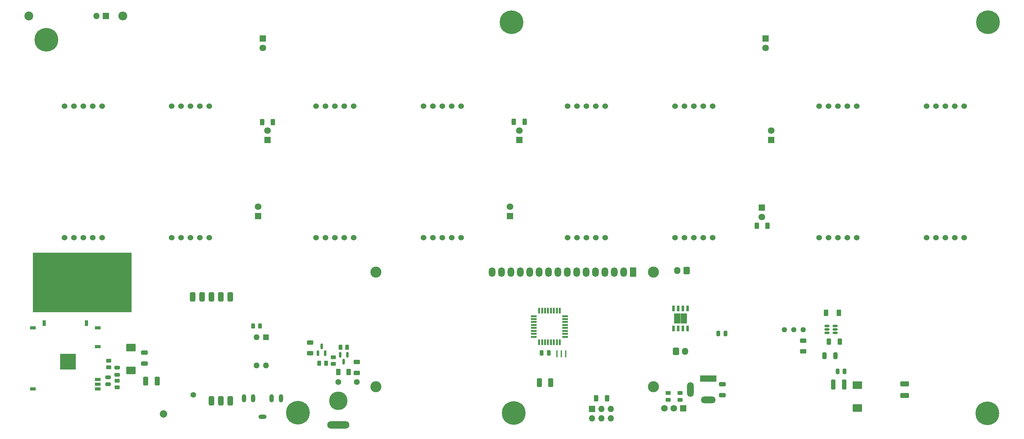
<source format=gbr>
%TF.GenerationSoftware,KiCad,Pcbnew,(6.0.10)*%
%TF.CreationDate,2023-11-27T04:30:22+11:00*%
%TF.ProjectId,Digislate,44696769-736c-4617-9465-2e6b69636164,rev?*%
%TF.SameCoordinates,Original*%
%TF.FileFunction,Soldermask,Top*%
%TF.FilePolarity,Negative*%
%FSLAX46Y46*%
G04 Gerber Fmt 4.6, Leading zero omitted, Abs format (unit mm)*
G04 Created by KiCad (PCBNEW (6.0.10)) date 2023-11-27 04:30:22*
%MOMM*%
%LPD*%
G01*
G04 APERTURE LIST*
G04 Aperture macros list*
%AMRoundRect*
0 Rectangle with rounded corners*
0 $1 Rounding radius*
0 $2 $3 $4 $5 $6 $7 $8 $9 X,Y pos of 4 corners*
0 Add a 4 corners polygon primitive as box body*
4,1,4,$2,$3,$4,$5,$6,$7,$8,$9,$2,$3,0*
0 Add four circle primitives for the rounded corners*
1,1,$1+$1,$2,$3*
1,1,$1+$1,$4,$5*
1,1,$1+$1,$6,$7*
1,1,$1+$1,$8,$9*
0 Add four rect primitives between the rounded corners*
20,1,$1+$1,$2,$3,$4,$5,0*
20,1,$1+$1,$4,$5,$6,$7,0*
20,1,$1+$1,$6,$7,$8,$9,0*
20,1,$1+$1,$8,$9,$2,$3,0*%
G04 Aperture macros list end*
%ADD10C,0.150000*%
%ADD11RoundRect,0.250000X-0.312500X-0.625000X0.312500X-0.625000X0.312500X0.625000X-0.312500X0.625000X0*%
%ADD12R,1.800000X1.800000*%
%ADD13C,1.800000*%
%ADD14RoundRect,0.250000X0.625000X-0.312500X0.625000X0.312500X-0.625000X0.312500X-0.625000X-0.312500X0*%
%ADD15RoundRect,0.150000X-0.512500X-0.150000X0.512500X-0.150000X0.512500X0.150000X-0.512500X0.150000X0*%
%ADD16C,0.800000*%
%ADD17C,6.400000*%
%ADD18RoundRect,0.250000X-0.262500X-0.450000X0.262500X-0.450000X0.262500X0.450000X-0.262500X0.450000X0*%
%ADD19C,1.524000*%
%ADD20R,0.550000X1.600000*%
%ADD21R,1.600000X0.550000*%
%ADD22RoundRect,0.250000X0.312500X0.625000X-0.312500X0.625000X-0.312500X-0.625000X0.312500X-0.625000X0*%
%ADD23RoundRect,0.250000X0.450000X-0.262500X0.450000X0.262500X-0.450000X0.262500X-0.450000X-0.262500X0*%
%ADD24C,2.400000*%
%ADD25O,2.400000X2.400000*%
%ADD26RoundRect,0.150000X0.150000X-0.587500X0.150000X0.587500X-0.150000X0.587500X-0.150000X-0.587500X0*%
%ADD27R,1.500000X0.900000*%
%ADD28R,0.900000X1.500000*%
%ADD29C,0.475000*%
%ADD30C,0.500000*%
%ADD31R,4.200000X4.200000*%
%ADD32RoundRect,0.250000X0.475000X-0.250000X0.475000X0.250000X-0.475000X0.250000X-0.475000X-0.250000X0*%
%ADD33RoundRect,0.250000X0.250000X0.475000X-0.250000X0.475000X-0.250000X-0.475000X0.250000X-0.475000X0*%
%ADD34R,1.600000X1.600000*%
%ADD35O,1.600000X1.600000*%
%ADD36RoundRect,0.250000X0.325000X0.650000X-0.325000X0.650000X-0.325000X-0.650000X0.325000X-0.650000X0*%
%ADD37R,0.650000X1.500000*%
%ADD38R,1.800000X1.350000*%
%ADD39RoundRect,0.250000X0.375000X0.625000X-0.375000X0.625000X-0.375000X-0.625000X0.375000X-0.625000X0*%
%ADD40C,2.000000*%
%ADD41RoundRect,0.250000X0.650000X-0.325000X0.650000X0.325000X-0.650000X0.325000X-0.650000X-0.325000X0*%
%ADD42RoundRect,0.250000X-0.475000X0.250000X-0.475000X-0.250000X0.475000X-0.250000X0.475000X0.250000X0*%
%ADD43RoundRect,0.250000X0.325000X1.100000X-0.325000X1.100000X-0.325000X-1.100000X0.325000X-1.100000X0*%
%ADD44RoundRect,0.250000X0.412500X0.925000X-0.412500X0.925000X-0.412500X-0.925000X0.412500X-0.925000X0*%
%ADD45RoundRect,0.150000X-0.150000X0.587500X-0.150000X-0.587500X0.150000X-0.587500X0.150000X0.587500X0*%
%ADD46RoundRect,0.375000X-0.375000X0.887000X-0.375000X-0.887000X0.375000X-0.887000X0.375000X0.887000X0*%
%ADD47RoundRect,0.250000X-0.650000X0.325000X-0.650000X-0.325000X0.650000X-0.325000X0.650000X0.325000X0*%
%ADD48RoundRect,0.250000X-0.925000X0.412500X-0.925000X-0.412500X0.925000X-0.412500X0.925000X0.412500X0*%
%ADD49RoundRect,0.250000X-0.450000X0.262500X-0.450000X-0.262500X0.450000X-0.262500X0.450000X0.262500X0*%
%ADD50R,1.300000X1.700000*%
%ADD51R,0.400000X1.900000*%
%ADD52RoundRect,0.250000X-1.025000X0.787500X-1.025000X-0.787500X1.025000X-0.787500X1.025000X0.787500X0*%
%ADD53C,1.600000*%
%ADD54R,1.700000X1.700000*%
%ADD55O,1.700000X1.700000*%
%ADD56C,1.440000*%
%ADD57R,4.400000X1.800000*%
%ADD58O,4.000000X1.800000*%
%ADD59O,1.800000X4.000000*%
%ADD60RoundRect,0.250000X0.600000X0.725000X-0.600000X0.725000X-0.600000X-0.725000X0.600000X-0.725000X0*%
%ADD61O,1.700000X1.950000*%
%ADD62O,1.200000X2.200000*%
%ADD63O,2.200000X1.200000*%
%ADD64C,5.000000*%
%ADD65O,6.000000X2.000000*%
%ADD66RoundRect,0.250000X-0.600000X-0.725000X0.600000X-0.725000X0.600000X0.725000X-0.600000X0.725000X0*%
%ADD67C,3.000000*%
%ADD68R,1.800000X2.600000*%
%ADD69O,1.800000X2.600000*%
G04 APERTURE END LIST*
D10*
X18450000Y-92020000D02*
X44960000Y-92020000D01*
X44960000Y-92020000D02*
X44960000Y-107960000D01*
X44960000Y-107960000D02*
X18450000Y-107960000D01*
X18450000Y-107960000D02*
X18450000Y-92020000D01*
G36*
X18450000Y-92020000D02*
G01*
X44960000Y-92020000D01*
X44960000Y-107960000D01*
X18450000Y-107960000D01*
X18450000Y-92020000D01*
G37*
D11*
%TO.C,R13*%
X80327500Y-56630000D03*
X83252500Y-56630000D03*
%TD*%
D12*
%TO.C,LD8*%
X147320000Y-82047000D03*
D13*
X147320000Y-79507000D03*
%TD*%
D14*
%TO.C,R3*%
X105900000Y-124462500D03*
X105900000Y-121537500D03*
%TD*%
D15*
%TO.C,U3*%
X232962500Y-111750000D03*
X232962500Y-112700000D03*
X232962500Y-113650000D03*
X235237500Y-113650000D03*
X235237500Y-112700000D03*
X235237500Y-111750000D03*
%TD*%
D16*
%TO.C,REF6*%
X274652944Y-133672944D03*
D17*
X276350000Y-135370000D03*
D16*
X278047056Y-133672944D03*
X274652944Y-137067056D03*
D17*
X276350000Y-135370000D03*
D16*
X278750000Y-135370000D03*
X276350000Y-132970000D03*
X276350000Y-137770000D03*
X278047056Y-137067056D03*
X273950000Y-135370000D03*
%TD*%
D18*
%TO.C,R6*%
X95787500Y-121800000D03*
X97612500Y-121800000D03*
%TD*%
D19*
%TO.C,HR1*%
X26920000Y-87900000D03*
X29460000Y-87900000D03*
X32000000Y-87882000D03*
X34540000Y-87900000D03*
X37080000Y-87900000D03*
X37080000Y-52340000D03*
X34540000Y-52340000D03*
X32000000Y-52300000D03*
X29460000Y-52340000D03*
X26920000Y-52340000D03*
%TD*%
D20*
%TO.C,U1*%
X155200000Y-116150000D03*
X156000000Y-116150000D03*
X156800000Y-116150000D03*
X157600000Y-116150000D03*
X158400000Y-116150000D03*
X159200000Y-116150000D03*
X160000000Y-116150000D03*
X160800000Y-116150000D03*
D21*
X162250000Y-114700000D03*
X162250000Y-113900000D03*
X162250000Y-113100000D03*
X162250000Y-112300000D03*
X162250000Y-111500000D03*
X162250000Y-110700000D03*
X162250000Y-109900000D03*
X162250000Y-109100000D03*
D20*
X160800000Y-107650000D03*
X160000000Y-107650000D03*
X159200000Y-107650000D03*
X158400000Y-107650000D03*
X157600000Y-107650000D03*
X156800000Y-107650000D03*
X156000000Y-107650000D03*
X155200000Y-107650000D03*
D21*
X153750000Y-109100000D03*
X153750000Y-109900000D03*
X153750000Y-110700000D03*
X153750000Y-111500000D03*
X153750000Y-112300000D03*
X153750000Y-113100000D03*
X153750000Y-113900000D03*
X153750000Y-114700000D03*
%TD*%
D19*
%TO.C,HR2*%
X55920000Y-87900000D03*
X58460000Y-87900000D03*
X61000000Y-87882000D03*
X63540000Y-87900000D03*
X66080000Y-87900000D03*
X66080000Y-52340000D03*
X63540000Y-52340000D03*
X61000000Y-52300000D03*
X58460000Y-52340000D03*
X55920000Y-52340000D03*
%TD*%
D22*
%TO.C,R2*%
X173562500Y-131300000D03*
X170637500Y-131300000D03*
%TD*%
D12*
%TO.C,LD2*%
X80518000Y-34036000D03*
D13*
X80518000Y-36576000D03*
%TD*%
D18*
%TO.C,R5*%
X101487500Y-117500000D03*
X103312500Y-117500000D03*
%TD*%
D16*
%TO.C,REF3*%
X276510000Y-32020000D03*
X274812944Y-27922944D03*
X278207056Y-27922944D03*
D17*
X276510000Y-29620000D03*
D16*
X274110000Y-29620000D03*
X274812944Y-31317056D03*
X278910000Y-29620000D03*
X278207056Y-31317056D03*
D17*
X276510000Y-29620000D03*
D16*
X276510000Y-27220000D03*
%TD*%
D23*
%TO.C,R8*%
X38820000Y-122962500D03*
X38820000Y-121137500D03*
%TD*%
%TO.C,R18*%
X190100000Y-131712500D03*
X190100000Y-129887500D03*
%TD*%
D24*
%TO.C,SW2*%
X17272000Y-27940000D03*
D25*
X42672000Y-27940000D03*
%TD*%
D26*
%TO.C,Q4*%
X95450000Y-119137500D03*
X97350000Y-119137500D03*
X96400000Y-117262500D03*
%TD*%
D27*
%TO.C,U10*%
X35892000Y-128792000D03*
X35892000Y-127522000D03*
X35892000Y-126252000D03*
X35892000Y-117362000D03*
X35892000Y-112282000D03*
D28*
X32852000Y-111032000D03*
X21422000Y-111032000D03*
D27*
X18392000Y-112282000D03*
X18392000Y-128792000D03*
D29*
X28584500Y-122977000D03*
X28584500Y-119927000D03*
X27059500Y-122977000D03*
X27822000Y-120689500D03*
X26297000Y-120689500D03*
X28584500Y-121452000D03*
X29347000Y-122214500D03*
X27059500Y-119927000D03*
X27059500Y-121452000D03*
X26297000Y-122214500D03*
X29347000Y-120689500D03*
D30*
X27822000Y-122214500D03*
D31*
X27822000Y-121452000D03*
%TD*%
D17*
%TO.C,REF4*%
X89990000Y-135230000D03*
D16*
X89990000Y-132830000D03*
X91687056Y-136927056D03*
X88292944Y-133532944D03*
D17*
X89990000Y-135230000D03*
D16*
X87590000Y-135230000D03*
X89990000Y-137630000D03*
X88292944Y-136927056D03*
X92390000Y-135230000D03*
X91687056Y-133532944D03*
%TD*%
D32*
%TO.C,C8*%
X38730000Y-127510000D03*
X38730000Y-125610000D03*
%TD*%
D19*
%TO.C,SC1*%
X162920000Y-87900000D03*
X165460000Y-87900000D03*
X168000000Y-87882000D03*
X170540000Y-87900000D03*
X173080000Y-87900000D03*
X173080000Y-52340000D03*
X170540000Y-52340000D03*
X168000000Y-52300000D03*
X165460000Y-52340000D03*
X162920000Y-52340000D03*
%TD*%
D12*
%TO.C,LD4*%
X79248000Y-82052000D03*
D13*
X79248000Y-79512000D03*
%TD*%
D16*
%TO.C,REF1*%
X23717056Y-36057056D03*
D17*
X22020000Y-34360000D03*
D16*
X19620000Y-34360000D03*
X20322944Y-36057056D03*
X24420000Y-34360000D03*
X23717056Y-32662944D03*
X22020000Y-36760000D03*
X22020000Y-31960000D03*
X20322944Y-32662944D03*
D17*
X22020000Y-34360000D03*
%TD*%
D33*
%TO.C,C1*%
X157780000Y-119080000D03*
X155880000Y-119080000D03*
%TD*%
D11*
%TO.C,R20*%
X233537500Y-116000000D03*
X236462500Y-116000000D03*
%TD*%
D19*
%TO.C,FR2*%
X259920000Y-87900000D03*
X262460000Y-87900000D03*
X265000000Y-87882000D03*
X267540000Y-87900000D03*
X270080000Y-87900000D03*
X270080000Y-52340000D03*
X267540000Y-52340000D03*
X265000000Y-52300000D03*
X262460000Y-52340000D03*
X259920000Y-52340000D03*
%TD*%
D18*
%TO.C,R19*%
X77905000Y-111760000D03*
X79730000Y-111760000D03*
%TD*%
D19*
%TO.C,MN2*%
X123920000Y-87900000D03*
X126460000Y-87900000D03*
X129000000Y-87882000D03*
X131540000Y-87900000D03*
X134080000Y-87900000D03*
X134080000Y-52340000D03*
X131540000Y-52340000D03*
X129000000Y-52300000D03*
X126460000Y-52340000D03*
X123920000Y-52340000D03*
%TD*%
D34*
%TO.C,U8*%
X81395000Y-114800000D03*
D35*
X78855000Y-114800000D03*
X78855000Y-122420000D03*
X81395000Y-122420000D03*
%TD*%
D36*
%TO.C,C10*%
X235275000Y-119800000D03*
X232325000Y-119800000D03*
%TD*%
D19*
%TO.C,SC2*%
X191920000Y-87900000D03*
X194460000Y-87900000D03*
X197000000Y-87882000D03*
X199540000Y-87900000D03*
X202080000Y-87900000D03*
X202080000Y-52340000D03*
X199540000Y-52340000D03*
X197000000Y-52300000D03*
X194460000Y-52340000D03*
X191920000Y-52340000D03*
%TD*%
D37*
%TO.C,U6*%
X195305000Y-107000000D03*
X194035000Y-107000000D03*
X192765000Y-107000000D03*
X191495000Y-107000000D03*
X191495000Y-112400000D03*
X192765000Y-112400000D03*
X194035000Y-112400000D03*
X195305000Y-112400000D03*
D38*
X194300000Y-110375000D03*
X194300000Y-109025000D03*
X192500000Y-109025000D03*
X192500000Y-110375000D03*
%TD*%
D19*
%TO.C,MN1*%
X94920000Y-87900000D03*
X97460000Y-87900000D03*
X100000000Y-87882000D03*
X102540000Y-87900000D03*
X105080000Y-87900000D03*
X105080000Y-52340000D03*
X102540000Y-52340000D03*
X100000000Y-52300000D03*
X97460000Y-52340000D03*
X94920000Y-52340000D03*
%TD*%
D39*
%TO.C,D3*%
X103700000Y-124200000D03*
X100900000Y-124200000D03*
%TD*%
D12*
%TO.C,LD1*%
X216408000Y-34031000D03*
D13*
X216408000Y-36571000D03*
%TD*%
D40*
%TO.C,AE1*%
X53680000Y-135548000D03*
%TD*%
D41*
%TO.C,C11*%
X48520000Y-121915000D03*
X48520000Y-118965000D03*
%TD*%
D42*
%TO.C,C7*%
X41130000Y-123060000D03*
X41130000Y-124960000D03*
%TD*%
D33*
%TO.C,C14*%
X237750000Y-124000000D03*
X235850000Y-124000000D03*
%TD*%
D17*
%TO.C,REF2*%
X147770000Y-29630000D03*
D16*
X146072944Y-31327056D03*
D17*
X147770000Y-29630000D03*
D16*
X147770000Y-27230000D03*
X149467056Y-27932944D03*
X150170000Y-29630000D03*
X147770000Y-32030000D03*
X149467056Y-31327056D03*
X146072944Y-27932944D03*
X145370000Y-29630000D03*
%TD*%
D33*
%TO.C,C4*%
X205550000Y-113800000D03*
X203650000Y-113800000D03*
%TD*%
D43*
%TO.C,C13*%
X237675000Y-127600000D03*
X234725000Y-127600000D03*
%TD*%
D44*
%TO.C,C23*%
X51967500Y-126630000D03*
X48892500Y-126630000D03*
%TD*%
D12*
%TO.C,LD5*%
X215420000Y-79770000D03*
D13*
X215420000Y-82310000D03*
%TD*%
D45*
%TO.C,Q3*%
X103350000Y-119562500D03*
X101450000Y-119562500D03*
X102400000Y-121437500D03*
%TD*%
D12*
%TO.C,LD7*%
X149860000Y-61473000D03*
D13*
X149860000Y-58933000D03*
%TD*%
D22*
%TO.C,R15*%
X151272500Y-56550000D03*
X148347500Y-56550000D03*
%TD*%
D19*
%TO.C,U9*%
X61700000Y-130400000D03*
D46*
X71680000Y-103930000D03*
X69140000Y-103930000D03*
X66600000Y-103930000D03*
X64060000Y-103930000D03*
X61520000Y-103930000D03*
X69140000Y-132000000D03*
X71680000Y-132000000D03*
X66600000Y-132000000D03*
%TD*%
D44*
%TO.C,C21*%
X158335000Y-127060000D03*
X155260000Y-127060000D03*
%TD*%
D47*
%TO.C,C9*%
X204700000Y-127525000D03*
X204700000Y-130475000D03*
%TD*%
D12*
%TO.C,LD3*%
X81788000Y-61473000D03*
D13*
X81788000Y-58933000D03*
%TD*%
D14*
%TO.C,R12*%
X93300000Y-119162500D03*
X93300000Y-116237500D03*
%TD*%
D23*
%TO.C,R4*%
X99600000Y-122012500D03*
X99600000Y-120187500D03*
%TD*%
%TO.C,R17*%
X193300000Y-131712500D03*
X193300000Y-129887500D03*
%TD*%
D11*
%TO.C,R14*%
X213997500Y-84690000D03*
X216922500Y-84690000D03*
%TD*%
D12*
%TO.C,LD6*%
X217932000Y-61468000D03*
D13*
X217932000Y-58928000D03*
%TD*%
D48*
%TO.C,C20*%
X253960000Y-127455000D03*
X253960000Y-130530000D03*
%TD*%
D14*
%TO.C,R16*%
X226600000Y-118662500D03*
X226600000Y-115737500D03*
%TD*%
D49*
%TO.C,R7*%
X41130000Y-126567500D03*
X41130000Y-128392500D03*
%TD*%
D16*
%TO.C,REF5*%
X150037056Y-133562944D03*
X146642944Y-133562944D03*
X145940000Y-135260000D03*
X148340000Y-132860000D03*
D17*
X148340000Y-135260000D03*
D16*
X150037056Y-136957056D03*
X150740000Y-135260000D03*
X146642944Y-136957056D03*
D17*
X148340000Y-135260000D03*
D16*
X148340000Y-137660000D03*
%TD*%
D50*
%TO.C,D1*%
X236250000Y-108200000D03*
X232750000Y-108200000D03*
%TD*%
D19*
%TO.C,FR1*%
X230920000Y-87900000D03*
X233460000Y-87900000D03*
X236000000Y-87882000D03*
X238540000Y-87900000D03*
X241080000Y-87900000D03*
X241080000Y-52340000D03*
X238540000Y-52340000D03*
X236000000Y-52300000D03*
X233460000Y-52340000D03*
X230920000Y-52340000D03*
%TD*%
D51*
%TO.C,Y1*%
X162400000Y-119300000D03*
X161200000Y-119300000D03*
X160000000Y-119300000D03*
%TD*%
D52*
%TO.C,C19*%
X241180000Y-127750000D03*
X241180000Y-133975000D03*
%TD*%
%TO.C,C22*%
X44900000Y-117580000D03*
X44900000Y-123805000D03*
%TD*%
D53*
%TO.C,C2*%
X100900000Y-126900000D03*
X105900000Y-126900000D03*
%TD*%
D54*
%TO.C,SW1*%
X38137000Y-27940000D03*
D55*
X35597000Y-27940000D03*
%TD*%
D56*
%TO.C,RV2*%
X226550000Y-112800000D03*
X224010000Y-112800000D03*
X221470000Y-112800000D03*
%TD*%
D57*
%TO.C,CN5*%
X200900000Y-125950000D03*
D58*
X200900000Y-131750000D03*
D59*
X196100000Y-128950000D03*
%TD*%
D60*
%TO.C,CN1*%
X195050000Y-96800000D03*
D61*
X192550000Y-96800000D03*
%TD*%
D54*
%TO.C,CN4*%
X169475000Y-134225000D03*
D55*
X169475000Y-136765000D03*
X172015000Y-134225000D03*
X172015000Y-136765000D03*
X174555000Y-134225000D03*
X174555000Y-136765000D03*
%TD*%
D62*
%TO.C,CN6*%
X85400000Y-131300000D03*
X82900000Y-131300000D03*
D63*
X80400000Y-136300000D03*
D62*
X75400000Y-131300000D03*
X77900000Y-131300000D03*
%TD*%
D12*
%TO.C,LD9*%
X194150000Y-134000000D03*
D13*
X191610000Y-134000000D03*
X189070000Y-134000000D03*
%TD*%
D64*
%TO.C,CN3*%
X100900000Y-132000000D03*
D65*
X100900000Y-138500000D03*
%TD*%
D66*
%TO.C,CN2*%
X192150000Y-118600000D03*
D61*
X194650000Y-118600000D03*
%TD*%
D67*
%TO.C,DS1*%
X186089100Y-97164500D03*
X186089100Y-128165200D03*
X111090520Y-128165200D03*
X111090000Y-97164500D03*
D68*
X180590000Y-97164500D03*
D69*
X178050000Y-97164500D03*
X175510000Y-97164500D03*
X172970000Y-97164500D03*
X170430000Y-97164500D03*
X167890000Y-97164500D03*
X165350000Y-97164500D03*
X162810000Y-97164500D03*
X160270000Y-97164500D03*
X157730000Y-97164500D03*
X155190000Y-97164500D03*
X152650000Y-97164500D03*
X150110000Y-97164500D03*
X147570000Y-97164500D03*
X145030000Y-97164500D03*
X142490000Y-97164500D03*
%TD*%
M02*

</source>
